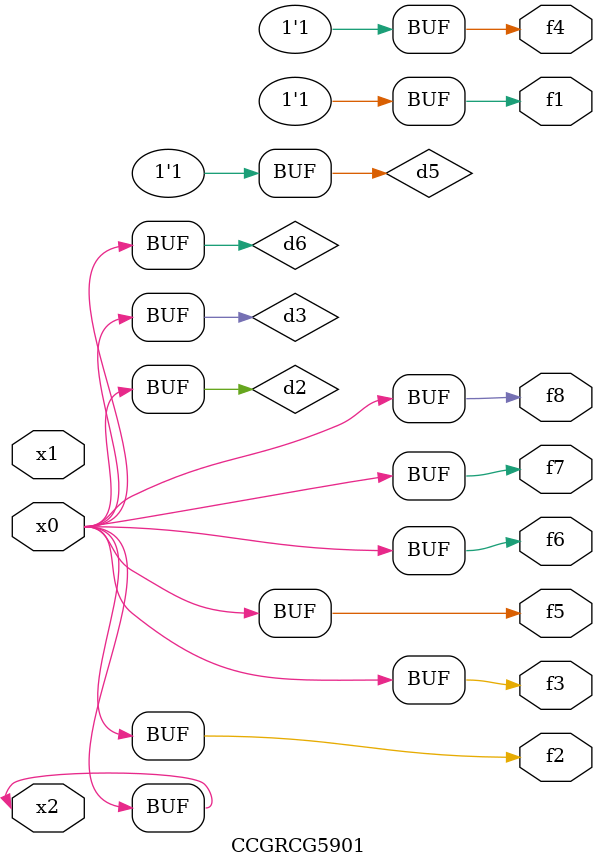
<source format=v>
module CCGRCG5901(
	input x0, x1, x2,
	output f1, f2, f3, f4, f5, f6, f7, f8
);

	wire d1, d2, d3, d4, d5, d6;

	xnor (d1, x2);
	buf (d2, x0, x2);
	and (d3, x0);
	xnor (d4, x1, x2);
	nand (d5, d1, d3);
	buf (d6, d2, d3);
	assign f1 = d5;
	assign f2 = d6;
	assign f3 = d6;
	assign f4 = d5;
	assign f5 = d6;
	assign f6 = d6;
	assign f7 = d6;
	assign f8 = d6;
endmodule

</source>
